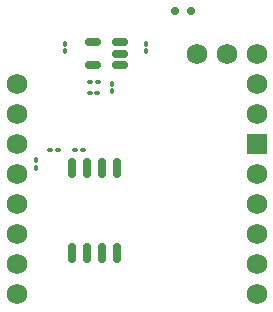
<source format=gbr>
%TF.GenerationSoftware,KiCad,Pcbnew,9.0.6*%
%TF.CreationDate,2025-11-18T16:50:13-05:00*%
%TF.ProjectId,Rev. 3,5265762e-2033-42e6-9b69-6361645f7063,rev?*%
%TF.SameCoordinates,Original*%
%TF.FileFunction,Soldermask,Top*%
%TF.FilePolarity,Negative*%
%FSLAX46Y46*%
G04 Gerber Fmt 4.6, Leading zero omitted, Abs format (unit mm)*
G04 Created by KiCad (PCBNEW 9.0.6) date 2025-11-18 16:50:13*
%MOMM*%
%LPD*%
G01*
G04 APERTURE LIST*
G04 Aperture macros list*
%AMRoundRect*
0 Rectangle with rounded corners*
0 $1 Rounding radius*
0 $2 $3 $4 $5 $6 $7 $8 $9 X,Y pos of 4 corners*
0 Add a 4 corners polygon primitive as box body*
4,1,4,$2,$3,$4,$5,$6,$7,$8,$9,$2,$3,0*
0 Add four circle primitives for the rounded corners*
1,1,$1+$1,$2,$3*
1,1,$1+$1,$4,$5*
1,1,$1+$1,$6,$7*
1,1,$1+$1,$8,$9*
0 Add four rect primitives between the rounded corners*
20,1,$1+$1,$2,$3,$4,$5,0*
20,1,$1+$1,$4,$5,$6,$7,0*
20,1,$1+$1,$6,$7,$8,$9,0*
20,1,$1+$1,$8,$9,$2,$3,0*%
G04 Aperture macros list end*
%ADD10RoundRect,0.100000X0.100000X-0.130000X0.100000X0.130000X-0.100000X0.130000X-0.100000X-0.130000X0*%
%ADD11RoundRect,0.100000X-0.100000X0.130000X-0.100000X-0.130000X0.100000X-0.130000X0.100000X0.130000X0*%
%ADD12RoundRect,0.150000X0.512500X0.150000X-0.512500X0.150000X-0.512500X-0.150000X0.512500X-0.150000X0*%
%ADD13RoundRect,0.150000X0.150000X0.200000X-0.150000X0.200000X-0.150000X-0.200000X0.150000X-0.200000X0*%
%ADD14C,1.727200*%
%ADD15R,1.727200X1.727200*%
%ADD16RoundRect,0.100000X-0.130000X-0.100000X0.130000X-0.100000X0.130000X0.100000X-0.130000X0.100000X0*%
%ADD17RoundRect,0.100000X0.130000X0.100000X-0.130000X0.100000X-0.130000X-0.100000X0.130000X-0.100000X0*%
%ADD18RoundRect,0.162500X0.162500X-0.650000X0.162500X0.650000X-0.162500X0.650000X-0.162500X-0.650000X0*%
G04 APERTURE END LIST*
D10*
%TO.C,R2*%
X216967767Y-78542767D03*
X216967767Y-77902767D03*
%TD*%
%TO.C,C4*%
X210567767Y-85032767D03*
X210567767Y-84392767D03*
%TD*%
D11*
%TO.C,C2*%
X219867767Y-74547767D03*
X219867767Y-75187767D03*
%TD*%
D12*
%TO.C,U1*%
X217605267Y-76317767D03*
X217605267Y-75367767D03*
X217605267Y-74417767D03*
X215330267Y-74417767D03*
X215330267Y-76317767D03*
%TD*%
D13*
%TO.C,D2*%
X222267767Y-71767767D03*
X223667767Y-71767767D03*
%TD*%
D14*
%TO.C,U2*%
X208894267Y-77971767D03*
X208894267Y-80511767D03*
X208894267Y-83051767D03*
X208894267Y-85591767D03*
X208894267Y-88131767D03*
X208894267Y-90671767D03*
X208894267Y-93211767D03*
X208894267Y-95751767D03*
X229214267Y-95751767D03*
X229214267Y-93211767D03*
X229214267Y-90671767D03*
X229214267Y-88131767D03*
X229214267Y-85591767D03*
D15*
X229214267Y-83051767D03*
D14*
X229214267Y-80511767D03*
X229214267Y-77971767D03*
X229214267Y-75431767D03*
X226674267Y-75431767D03*
X224134267Y-75431767D03*
%TD*%
D16*
%TO.C,R4*%
X213847767Y-83567767D03*
X214487767Y-83567767D03*
%TD*%
D17*
%TO.C,R3*%
X212387767Y-83567767D03*
X211747767Y-83567767D03*
%TD*%
D18*
%TO.C,U3*%
X213567767Y-92267767D03*
X214837767Y-92267767D03*
X216107767Y-92267767D03*
X217377767Y-92267767D03*
X217377767Y-85092767D03*
X216107767Y-85092767D03*
X214837767Y-85092767D03*
X213567767Y-85092767D03*
%TD*%
D17*
%TO.C,R1*%
X215742767Y-77767767D03*
X215102767Y-77767767D03*
%TD*%
%TO.C,D1*%
X215732767Y-78667767D03*
X215092767Y-78667767D03*
%TD*%
D10*
%TO.C,C1*%
X212967767Y-75187767D03*
X212967767Y-74547767D03*
%TD*%
M02*

</source>
